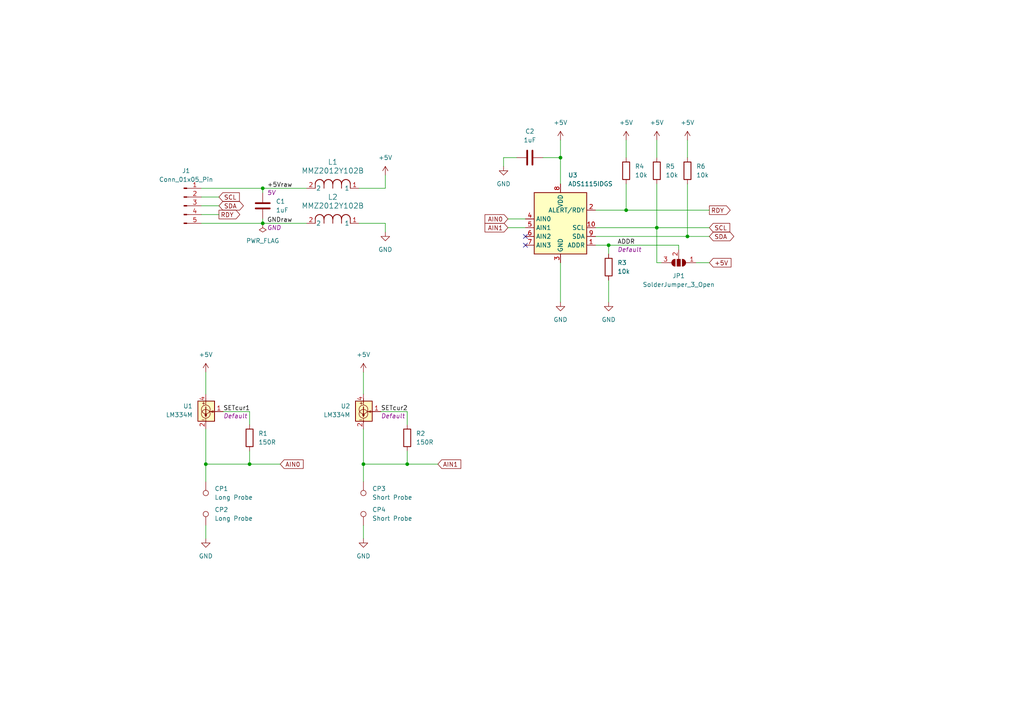
<source format=kicad_sch>
(kicad_sch (version 20230121) (generator eeschema)
  (paper "A4")
  (title_block (title "Hydrofoil Control") (date "2023-09-04") (rev "v1.0") (company "Tamás Nagy"))
  (lib_symbols
    (symbol "2023-09-04_18-15-31:MMZ2012Y102B" (pin_names (offset 0.254))
      (property "Reference" "L" (at 6.985 5.08 0))
      (property "Value" "MMZ2012Y102B" (at 6.985 -2.54 0))
      (symbol "MMZ2012Y102B_1_1"
        (polyline (pts (xy 2.54 0) (xy 2.54 1.27)) (stroke (width 0.2032)))
        (polyline (pts (xy 5.08 0) (xy 5.08 1.27)) (stroke (width 0.2032)))
        (polyline (pts (xy 7.62 0) (xy 7.62 1.27)) (stroke (width 0.2032)))
        (polyline (pts (xy 10.16 0) (xy 10.16 1.27)) (stroke (width 0.2032)))
        (polyline (pts (xy 12.7 0) (xy 12.7 1.27)) (stroke (width 0.2032)))
        (arc (start 5.08 1.27) (mid 3.81 2.5345) (end 2.54 1.27) (stroke (width 0.254)))
        (arc (start 7.62 1.27) (mid 6.35 2.5345) (end 5.08 1.27) (stroke (width 0.254)))
        (arc (start 10.16 1.27) (mid 8.89 2.5345) (end 7.62 1.27) (stroke (width 0.254)))
        (arc (start 12.7 1.27) (mid 11.43 2.5345) (end 10.16 1.27) (stroke (width 0.254)))
        (pin unspecified line (at 15.24 0 180) (length 2.54) (name "1") (number "1"))
        (pin unspecified line (at 0 0 0) (length 2.54) (name "2") (number "2"))
      )
      (symbol "MMZ2012Y102B_1_2"
        (arc (start -1.27 5.08) (mid -2.5345 3.81) (end -1.27 2.54) (stroke (width 0.254)))
        (arc (start -1.27 7.62) (mid -2.5345 6.35) (end -1.27 5.08) (stroke (width 0.254)))
        (arc (start -1.27 10.16) (mid -2.5345 8.89) (end -1.27 7.62) (stroke (width 0.254)))
        (arc (start -1.27 12.7) (mid -2.5345 11.43) (end -1.27 10.16) (stroke (width 0.254)))
        (polyline (pts (xy 0 2.54) (xy -1.27 2.54)) (stroke (width 0.2032)))
        (polyline (pts (xy 0 5.08) (xy -1.27 5.08)) (stroke (width 0.2032)))
        (polyline (pts (xy 0 7.62) (xy -1.27 7.62)) (stroke (width 0.2032)))
        (polyline (pts (xy 0 10.16) (xy -1.27 10.16)) (stroke (width 0.2032)))
        (polyline (pts (xy 0 12.7) (xy -1.27 12.7)) (stroke (width 0.2032)))
        (pin unspecified line (at 0 15.24 270) (length 2.54) (name "1") (number "1"))
        (pin unspecified line (at 0 0 90) (length 2.54) (name "2") (number "2"))
      )
    )
    (symbol "Analog_ADC:ADS1115IDGS"
      (property "Reference" "U" (at 2.54 13.97 0))
      (property "Value" "ADS1115IDGS" (at 7.62 11.43 0))
      (symbol "ADS1115IDGS_0_1"
        (rectangle (start -7.62 10.16) (end 7.62 -7.62) (stroke (width 0.254)) (fill (type background)))
      )
      (symbol "ADS1115IDGS_1_1"
        (pin input line (at 10.16 -5.08 180) (length 2.54) (name "ADDR") (number "1"))
        (pin input line (at 10.16 0 180) (length 2.54) (name "SCL") (number "10"))
        (pin output line (at 10.16 5.08 180) (length 2.54) (name "ALERT/RDY") (number "2"))
        (pin power_in line (at 0 -10.16 90) (length 2.54) (name "GND") (number "3"))
        (pin input line (at -10.16 2.54 0) (length 2.54) (name "AIN0") (number "4"))
        (pin input line (at -10.16 0 0) (length 2.54) (name "AIN1") (number "5"))
        (pin input line (at -10.16 -2.54 0) (length 2.54) (name "AIN2") (number "6"))
        (pin input line (at -10.16 -5.08 0) (length 2.54) (name "AIN3") (number "7"))
        (pin power_in line (at 0 12.7 270) (length 2.54) (name "VDD") (number "8"))
        (pin bidirectional line (at 10.16 -2.54 180) (length 2.54) (name "SDA") (number "9"))
      )
    )
    (symbol "Connector:Conn_01x05_Pin" (pin_names (offset 1.016) hide)
      (property "Reference" "J" (at 0 7.62 0))
      (property "Value" "Conn_01x05_Pin" (at 0 -7.62 0))
      (symbol "Conn_01x05_Pin_1_1"
        (polyline (pts (xy 1.27 -5.08) (xy 0.8636 -5.08)) (stroke (width 0.1524)))
        (polyline (pts (xy 1.27 -2.54) (xy 0.8636 -2.54)) (stroke (width 0.1524)))
        (polyline (pts (xy 1.27 0) (xy 0.8636 0)) (stroke (width 0.1524)))
        (polyline (pts (xy 1.27 2.54) (xy 0.8636 2.54)) (stroke (width 0.1524)))
        (polyline (pts (xy 1.27 5.08) (xy 0.8636 5.08)) (stroke (width 0.1524)))
        (rectangle (start 0.8636 -4.953) (end 0 -5.207) (stroke (width 0.1524)) (fill (type outline)))
        (rectangle (start 0.8636 -2.413) (end 0 -2.667) (stroke (width 0.1524)) (fill (type outline)))
        (rectangle (start 0.8636 0.127) (end 0 -0.127) (stroke (width 0.1524)) (fill (type outline)))
        (rectangle (start 0.8636 2.667) (end 0 2.413) (stroke (width 0.1524)) (fill (type outline)))
        (rectangle (start 0.8636 5.207) (end 0 4.953) (stroke (width 0.1524)) (fill (type outline)))
        (pin passive line (at 5.08 5.08 180) (length 3.81) (name "Pin_1") (number "1"))
        (pin passive line (at 5.08 2.54 180) (length 3.81) (name "Pin_2") (number "2"))
        (pin passive line (at 5.08 0 180) (length 3.81) (name "Pin_3") (number "3"))
        (pin passive line (at 5.08 -2.54 180) (length 3.81) (name "Pin_4") (number "4"))
        (pin passive line (at 5.08 -5.08 180) (length 3.81) (name "Pin_5") (number "5"))
      )
    )
    (symbol "Connector:TestPoint" (pin_numbers hide) (pin_names (offset 0.762) hide)
      (property "Reference" "TP" (at 0 6.858 0))
      (property "Value" "TestPoint" (at 0 5.08 0))
      (symbol "TestPoint_0_1"
        (circle (center 0 3.302) (radius 0.762))
      )
      (symbol "TestPoint_1_1"
        (pin passive line (at 0 0 90) (length 2.54) (name "1") (number "1"))
      )
    )
    (symbol "Device:C" (pin_numbers hide) (pin_names (offset 0.254))
      (property "Reference" "C" (at 0.635 2.54 0))
      (property "Value" "C" (at 0.635 -2.54 0))
      (symbol "C_0_1"
        (polyline (pts (xy -2.032 -0.762) (xy 2.032 -0.762)) (stroke (width 0.508)))
        (polyline (pts (xy -2.032 0.762) (xy 2.032 0.762)) (stroke (width 0.508)))
      )
      (symbol "C_1_1"
        (pin passive line (at 0 3.81 270) (length 2.794) (name "~") (number "1"))
        (pin passive line (at 0 -3.81 90) (length 2.794) (name "~") (number "2"))
      )
    )
    (symbol "Device:R" (pin_numbers hide) (pin_names (offset 0))
      (property "Reference" "R" (at 2.032 0 90))
      (property "Value" "R" (at 0 0 90))
      (symbol "R_0_1"
        (rectangle (start -1.016 -2.54) (end 1.016 2.54) (stroke (width 0.254)))
      )
      (symbol "R_1_1"
        (pin passive line (at 0 3.81 270) (length 1.27) (name "~") (number "1"))
        (pin passive line (at 0 -3.81 90) (length 1.27) (name "~") (number "2"))
      )
    )
    (symbol "Jumper:SolderJumper_3_Open" (pin_names (offset 0) hide)
      (property "Reference" "JP" (at -2.54 -2.54 0))
      (property "Value" "SolderJumper_3_Open" (at 0 2.794 0))
      (symbol "SolderJumper_3_Open_0_1"
        (arc (start -1.016 1.016) (mid -2.0276 0) (end -1.016 -1.016))
        (arc (start -1.016 1.016) (mid -2.0276 0) (end -1.016 -1.016) (fill (type outline)))
        (rectangle (start -0.508 1.016) (end 0.508 -1.016) (fill (type outline)))
        (polyline (pts (xy -2.54 0) (xy -2.032 0)))
        (polyline (pts (xy -1.016 1.016) (xy -1.016 -1.016)))
        (polyline (pts (xy 0 -1.27) (xy 0 -1.016)))
        (polyline (pts (xy 1.016 1.016) (xy 1.016 -1.016)))
        (polyline (pts (xy 2.54 0) (xy 2.032 0)))
        (arc (start 1.016 -1.016) (mid 2.0276 0) (end 1.016 1.016))
        (arc (start 1.016 -1.016) (mid 2.0276 0) (end 1.016 1.016) (fill (type outline)))
      )
      (symbol "SolderJumper_3_Open_1_1"
        (pin passive line (at -5.08 0 0) (length 2.54) (name "A") (number "1"))
        (pin passive line (at 0 -3.81 90) (length 2.54) (name "C") (number "2"))
        (pin passive line (at 5.08 0 180) (length 2.54) (name "B") (number "3"))
      )
    )
    (symbol "Reference_Current:LM334M"
      (property "Reference" "U" (at 0.635 6.35 0))
      (property "Value" "LM334M" (at 0.635 4.445 0))
      (symbol "LM334M_0_1"
        (rectangle (start -2.286 3.048) (end 2.54 -2.794) (stroke (width 0.254)) (fill (type background)))
        (circle (center 0 -0.635) (radius 1.27))
        (polyline (pts (xy -1.143 -2.413) (xy -0.381 -2.413)))
        (polyline (pts (xy -1.016 2.413) (xy -0.254 2.413)))
        (polyline (pts (xy -0.635 2.794) (xy -0.635 2.032)))
        (polyline (pts (xy 0 -1.905) (xy 0 -3.175)))
        (polyline (pts (xy 0 1.397) (xy 0 -1.397)) (stroke (width 0.254)))
        (polyline (pts (xy 0 3.81) (xy 0 1.905)))
        (polyline (pts (xy 5.08 0) (xy 1.27 0)))
        (polyline (pts (xy 0 -1.397) (xy -0.254 -0.889) (xy 0.254 -0.889) (xy 0 -1.397)) (stroke (width 0.254)))
        (polyline (pts (xy 1.27 0) (xy 2.159 0.254) (xy 2.159 -0.254) (xy 1.27 0)))
        (circle (center 0 0.635) (radius 1.27))
      )
      (symbol "LM334M_1_1"
        (pin passive line (at 5.08 0 180) (length 2.54) (name "~") (number "1"))
        (pin passive line (at 0 -5.08 90) (length 2.54) (name "~") (number "2"))
        (pin passive line (at 0 -5.08 90) (length 2.54) hide (name "~") (number "3"))
        (pin passive line (at 0 5.08 270) (length 2.54) (name "~") (number "4"))
        (pin passive line (at 0 -5.08 90) (length 2.54) hide (name "~") (number "6"))
        (pin passive line (at 0 -5.08 90) (length 2.54) hide (name "~") (number "7"))
      )
    )
    (symbol "power:+5V" (power) (pin_names (offset 0))
      (property "Value" "+5V" (at 0 3.556 0))
      (symbol "+5V_0_1"
        (polyline (pts (xy -0.762 1.27) (xy 0 2.54)))
        (polyline (pts (xy 0 0) (xy 0 2.54)))
        (polyline (pts (xy 0 2.54) (xy 0.762 1.27)))
      )
      (symbol "+5V_1_1"
        (pin power_in line (at 0 0 90) (length 0) hide (name "+5V") (number "1"))
      )
    )
    (symbol "power:GND" (power) (pin_names (offset 0))
      (property "Value" "GND" (at 0 -3.81 0))
      (symbol "GND_0_1"
        (polyline (pts (xy 0 0) (xy 0 -1.27) (xy 1.27 -1.27) (xy 0 -2.54) (xy -1.27 -1.27) (xy 0 -1.27)))
      )
      (symbol "GND_1_1"
        (pin power_in line (at 0 0 270) (length 0) hide (name "GND") (number "1"))
      )
    )
    (symbol "power:PWR_FLAG" (power) (pin_numbers hide) (pin_names (offset 0) hide)
      (property "Value" "PWR_FLAG" (at 0 3.81 0))
      (symbol "PWR_FLAG_0_0"
        (pin power_out line (at 0 0 90) (length 0) (name "pwr") (number "1"))
      )
      (symbol "PWR_FLAG_0_1"
        (polyline (pts (xy 0 0) (xy 0 1.27) (xy -1.016 1.905) (xy 0 2.54) (xy 1.016 1.905) (xy 0 1.27)))
      )
    )
  )
  (junction (at 190.5 66.04))
  (junction (at 176.53 71.12))
  (junction (at 76.2 64.77))
  (junction (at 76.2 54.61))
  (junction (at 59.69 134.62))
  (junction (at 105.41 134.62))
  (junction (at 162.56 45.72))
  (junction (at 181.61 60.96))
  (junction (at 72.39 134.62))
  (junction (at 199.39 68.58))
  (junction (at 118.11 134.62))
  (no_connect (at 152.4 71.12))
  (no_connect (at 152.4 68.58))
  (wire (pts (xy 118.11 134.62) (xy 127 134.62)))
  (wire (pts (xy 72.39 134.62) (xy 81.28 134.62)))
  (wire (pts (xy 118.11 119.38) (xy 118.11 123.19)))
  (wire (pts (xy 172.72 66.04) (xy 190.5 66.04)))
  (wire (pts (xy 111.76 50.8) (xy 111.76 54.61)))
  (wire (pts (xy 105.41 134.62) (xy 105.41 139.7)))
  (wire (pts (xy 190.5 76.2) (xy 191.77 76.2)))
  (wire (pts (xy 172.72 60.96) (xy 181.61 60.96)))
  (wire (pts (xy 118.11 134.62) (xy 118.11 130.81)))
  (wire (pts (xy 181.61 60.96) (xy 205.74 60.96)))
  (wire (pts (xy 58.42 59.69) (xy 63.5 59.69)))
  (wire (pts (xy 190.5 76.2) (xy 190.5 66.04)))
  (wire (pts (xy 104.14 64.77) (xy 111.76 64.77)))
  (wire (pts (xy 162.56 40.64) (xy 162.56 45.72)))
  (wire (pts (xy 59.69 124.46) (xy 59.69 134.62)))
  (wire (pts (xy 196.85 71.12) (xy 196.85 72.39)))
  (wire (pts (xy 147.32 66.04) (xy 152.4 66.04)))
  (wire (pts (xy 58.42 57.15) (xy 63.5 57.15)))
  (wire (pts (xy 201.93 76.2) (xy 205.74 76.2)))
  (wire (pts (xy 59.69 107.95) (xy 59.69 114.3)))
  (wire (pts (xy 76.2 63.5) (xy 76.2 64.77)))
  (wire (pts (xy 181.61 40.64) (xy 181.61 45.72)))
  (wire (pts (xy 172.72 71.12) (xy 176.53 71.12)))
  (wire (pts (xy 199.39 53.34) (xy 199.39 68.58)))
  (wire (pts (xy 59.69 134.62) (xy 59.69 139.7)))
  (wire (pts (xy 157.48 45.72) (xy 162.56 45.72)))
  (wire (pts (xy 172.72 68.58) (xy 199.39 68.58)))
  (wire (pts (xy 110.49 119.38) (xy 118.11 119.38)))
  (wire (pts (xy 181.61 53.34) (xy 181.61 60.96)))
  (wire (pts (xy 147.32 63.5) (xy 152.4 63.5)))
  (wire (pts (xy 199.39 40.64) (xy 199.39 45.72)))
  (wire (pts (xy 176.53 81.28) (xy 176.53 87.63)))
  (wire (pts (xy 105.41 124.46) (xy 105.41 134.62)))
  (wire (pts (xy 105.41 107.95) (xy 105.41 114.3)))
  (wire (pts (xy 146.05 48.26) (xy 146.05 45.72)))
  (wire (pts (xy 58.42 54.61) (xy 76.2 54.61)))
  (wire (pts (xy 76.2 54.61) (xy 76.2 55.88)))
  (wire (pts (xy 58.42 64.77) (xy 76.2 64.77)))
  (wire (pts (xy 146.05 45.72) (xy 149.86 45.72)))
  (wire (pts (xy 76.2 64.77) (xy 88.9 64.77)))
  (wire (pts (xy 190.5 66.04) (xy 205.74 66.04)))
  (wire (pts (xy 196.85 71.12) (xy 176.53 71.12)))
  (wire (pts (xy 59.69 152.4) (xy 59.69 156.21)))
  (wire (pts (xy 105.41 152.4) (xy 105.41 156.21)))
  (wire (pts (xy 199.39 68.58) (xy 205.74 68.58)))
  (wire (pts (xy 105.41 134.62) (xy 118.11 134.62)))
  (wire (pts (xy 64.77 119.38) (xy 72.39 119.38)))
  (wire (pts (xy 190.5 40.64) (xy 190.5 45.72)))
  (wire (pts (xy 59.69 134.62) (xy 72.39 134.62)))
  (wire (pts (xy 58.42 62.23) (xy 63.5 62.23)))
  (wire (pts (xy 76.2 54.61) (xy 88.9 54.61)))
  (wire (pts (xy 162.56 45.72) (xy 162.56 53.34)))
  (wire (pts (xy 72.39 119.38) (xy 72.39 123.19)))
  (wire (pts (xy 162.56 76.2) (xy 162.56 87.63)))
  (wire (pts (xy 176.53 71.12) (xy 176.53 73.66)))
  (wire (pts (xy 72.39 134.62) (xy 72.39 130.81)))
  (wire (pts (xy 190.5 53.34) (xy 190.5 66.04)))
  (wire (pts (xy 111.76 54.61) (xy 104.14 54.61)))
  (wire (pts (xy 111.76 67.31) (xy 111.76 64.77)))
  (label "GNDraw" (at 77.47 64.77 0) (property "Netclass" "GND" (at 77.47 66.04 0) (effects (font italic) (justify left))))
  (label "+5Vraw" (at 77.47 54.61 0) (property "Netclass" "5V" (at 77.47 55.88 0) (effects (font italic) (justify left))))
  (label "SETcur2" (at 110.49 119.38 0) (property "Netclass" "Default" (at 110.49 120.65 0) (effects (font italic) (justify left))))
  (label "ADDR" (at 179.07 71.12 0) (property "Netclass" "Default" (at 179.07 72.39 0) (effects (font italic) (justify left))))
  (label "SETcur1" (at 64.77 119.38 0) (property "Netclass" "Default" (at 64.77 120.65 0) (effects (font italic) (justify left))))
  (global_label "SDA" (shape bidirectional) (at 205.74 68.58 0) (property "Intersheetrefs" "${INTERSHEET_REFS}" (effects hide)))
  (global_label "SDA" (shape bidirectional) (at 63.5 59.69 0) (property "Intersheetrefs" "${INTERSHEET_REFS}" (effects hide)))
  (global_label "AIN0" (shape input) (at 147.32 63.5 180) (property "Intersheetrefs" "${INTERSHEET_REFS}" (effects hide)))
  (global_label "SCL" (shape input) (at 205.74 66.04 0) (property "Intersheetrefs" "${INTERSHEET_REFS}" (effects hide)))
  (global_label "+5V" (shape input) (at 205.74 76.2 0) (property "Intersheetrefs" "${INTERSHEET_REFS}" (effects hide)))
  (global_label "SCL" (shape input) (at 63.5 57.15 0) (property "Intersheetrefs" "${INTERSHEET_REFS}" (effects hide)))
  (global_label "AIN0" (shape input) (at 81.28 134.62 0) (property "Intersheetrefs" "${INTERSHEET_REFS}" (effects hide)))
  (global_label "AIN1" (shape input) (at 127 134.62 0) (property "Intersheetrefs" "${INTERSHEET_REFS}" (effects hide)))
  (global_label "RDY" (shape output) (at 63.5 62.23 0) (property "Intersheetrefs" "${INTERSHEET_REFS}" (effects hide)))
  (global_label "AIN1" (shape input) (at 147.32 66.04 180) (property "Intersheetrefs" "${INTERSHEET_REFS}" (effects hide)))
  (global_label "RDY" (shape output) (at 205.74 60.96 0) (property "Intersheetrefs" "${INTERSHEET_REFS}" (effects hide)))
  (symbol (lib_id "power:PWR_FLAG") (at 76.2 64.77 180) (unit 1)
    (property "Reference" "#FLG01" (effects hide))
    (property "Value" "PWR_FLAG" (at 76.2 69.85 0))
  )
  (symbol (lib_id "power:+5V") (at 162.56 40.64 0) (unit 1)
    (property "Reference" "#PWR08" (effects hide))
    (property "Value" "+5V" (at 162.56 35.56 0))
  )
  (symbol (lib_id "Device:R") (at 118.11 127 0) (unit 1)
    (property "Reference" "R2" (at 120.65 125.73 0) (effects (justify left)))
    (property "Value" "150R" (at 120.65 128.27 0) (effects (justify left)))
    (property "Footprint" "Resistor_SMD:R_1206_3216Metric_Pad1.30x1.75mm_HandSolder" (effects hide))
  )
  (symbol (lib_id "power:+5V") (at 181.61 40.64 0) (unit 1)
    (property "Reference" "#PWR011" (effects hide))
    (property "Value" "+5V" (at 181.61 35.56 0))
  )
  (symbol (lib_id "power:GND") (at 105.41 156.21 0) (unit 1)
    (property "Reference" "#PWR04" (effects hide))
    (property "Value" "GND" (at 105.41 161.29 0))
  )
  (symbol (lib_id "Jumper:SolderJumper_3_Open") (at 196.85 76.2 180) (unit 1)
    (property "Reference" "JP1" (at 196.85 80.01 0))
    (property "Value" "SolderJumper_3_Open" (at 196.85 82.55 0))
    (property "Footprint" "Jumper:SolderJumper-3_P1.3mm_Open_RoundedPad1.0x1.5mm" (effects hide))
  )
  (symbol (lib_id "power:+5V") (at 190.5 40.64 0) (unit 1)
    (property "Reference" "#PWR012" (effects hide))
    (property "Value" "+5V" (at 190.5 35.56 0))
  )
  (symbol (lib_id "Device:C") (at 76.2 59.69 0) (unit 1)
    (property "Reference" "C1" (at 80.01 58.42 0) (effects (justify left)))
    (property "Value" "1uF" (at 80.01 60.96 0) (effects (justify left)))
    (property "Footprint" "Capacitor_SMD:C_1206_3216Metric_Pad1.33x1.80mm_HandSolder" (effects hide))
  )
  (symbol (lib_id "2023-09-04_18-15-31:MMZ2012Y102B") (at 88.9 54.61 0) (unit 1)
    (property "Reference" "L1" (at 96.52 46.99 0) (effects (font (size 1.524 1.524))))
    (property "Value" "MMZ2012Y102B" (at 96.52 49.53 0) (effects (font (size 1.524 1.524))))
    (property "Footprint" "Inductor_SMD:L_0805_2012Metric_Pad1.05x1.20mm_HandSolder" (effects hide))
    (property "Datasheet" "MMZ2012Y102B" (effects hide))
  )
  (symbol (lib_id "power:GND") (at 176.53 87.63 0) (unit 1)
    (property "Reference" "#PWR010" (effects hide))
    (property "Value" "GND" (at 176.53 92.71 0))
  )
  (symbol (lib_id "Device:R") (at 199.39 49.53 0) (unit 1)
    (property "Reference" "R6" (at 201.93 48.26 0) (effects (justify left)))
    (property "Value" "10k" (at 201.93 50.8 0) (effects (justify left)))
    (property "Footprint" "Resistor_SMD:R_1206_3216Metric_Pad1.30x1.75mm_HandSolder" (effects hide))
  )
  (symbol (lib_id "power:+5V") (at 59.69 107.95 0) (unit 1)
    (property "Reference" "#PWR01" (effects hide))
    (property "Value" "+5V" (at 59.69 102.87 0))
  )
  (symbol (lib_id "Device:R") (at 181.61 49.53 0) (unit 1)
    (property "Reference" "R4" (at 184.15 48.26 0) (effects (justify left)))
    (property "Value" "10k" (at 184.15 50.8 0) (effects (justify left)))
    (property "Footprint" "Resistor_SMD:R_1206_3216Metric_Pad1.30x1.75mm_HandSolder" (effects hide))
  )
  (symbol (lib_id "Device:R") (at 190.5 49.53 0) (unit 1)
    (property "Reference" "R5" (at 193.04 48.26 0) (effects (justify left)))
    (property "Value" "10k" (at 193.04 50.8 0) (effects (justify left)))
    (property "Footprint" "Resistor_SMD:R_1206_3216Metric_Pad1.30x1.75mm_HandSolder" (effects hide))
  )
  (symbol (lib_id "Connector:TestPoint") (at 59.69 152.4 0) (unit 1)
    (property "Reference" "CP2" (at 62.23 147.828 0) (effects (justify left)))
    (property "Value" "Long Probe" (at 62.23 150.368 0) (effects (justify left)))
    (property "Footprint" "TestPoint:TestPoint_Pad_D2.0mm" (effects hide))
  )
  (symbol (lib_id "Analog_ADC:ADS1115IDGS") (at 162.56 66.04 0) (unit 1)
    (property "Reference" "U3" (at 164.7541 50.8 0) (effects (justify left)))
    (property "Value" "ADS1115IDGS" (at 164.7541 53.34 0) (effects (justify left)))
    (property "Footprint" "Package_SO:TSSOP-10_3x3mm_P0.5mm" (effects hide))
    (property "Datasheet" "http://www.ti.com/lit/ds/symlink/ads1113.pdf" (effects hide))
  )
  (symbol (lib_id "power:GND") (at 162.56 87.63 0) (unit 1)
    (property "Reference" "#PWR09" (effects hide))
    (property "Value" "GND" (at 162.56 92.71 0))
  )
  (symbol (lib_id "Connector:TestPoint") (at 59.69 139.7 180) (unit 1)
    (property "Reference" "CP1" (at 62.23 141.732 0) (effects (justify right)))
    (property "Value" "Long Probe" (at 62.23 144.272 0) (effects (justify right)))
    (property "Footprint" "TestPoint:TestPoint_Pad_D2.0mm" (effects hide))
  )
  (symbol (lib_id "Connector:TestPoint") (at 105.41 139.7 180) (unit 1)
    (property "Reference" "CP3" (at 107.95 141.732 0) (effects (justify right)))
    (property "Value" "Short Probe" (at 107.95 144.272 0) (effects (justify right)))
    (property "Footprint" "TestPoint:TestPoint_Pad_D2.0mm" (effects hide))
  )
  (symbol (lib_id "power:+5V") (at 199.39 40.64 0) (unit 1)
    (property "Reference" "#PWR013" (effects hide))
    (property "Value" "+5V" (at 199.39 35.56 0))
  )
  (symbol (lib_id "power:+5V") (at 105.41 107.95 0) (unit 1)
    (property "Reference" "#PWR03" (effects hide))
    (property "Value" "+5V" (at 105.41 102.87 0))
  )
  (symbol (lib_id "Reference_Current:LM334M") (at 105.41 119.38 0) (unit 1)
    (property "Reference" "U2" (at 101.6 117.7925 0) (effects (justify right)))
    (property "Value" "LM334M" (at 101.6 120.3325 0) (effects (justify right)))
    (property "Footprint" "Package_SO:SOIC-8_3.9x4.9mm_P1.27mm" (effects hide))
    (property "Datasheet" "http://www.ti.com/lit/ds/symlink/lm134.pdf" (effects hide))
  )
  (symbol (lib_id "Reference_Current:LM334M") (at 59.69 119.38 0) (unit 1)
    (property "Reference" "U1" (at 55.88 117.7925 0) (effects (justify right)))
    (property "Value" "LM334M" (at 55.88 120.3325 0) (effects (justify right)))
    (property "Footprint" "Package_SO:SOIC-8_3.9x4.9mm_P1.27mm" (effects hide))
    (property "Datasheet" "http://www.ti.com/lit/ds/symlink/lm134.pdf" (effects hide))
  )
  (symbol (lib_id "Connector:TestPoint") (at 105.41 152.4 0) (unit 1)
    (property "Reference" "CP4" (at 107.95 147.828 0) (effects (justify left)))
    (property "Value" "Short Probe" (at 107.95 150.368 0) (effects (justify left)))
    (property "Footprint" "TestPoint:TestPoint_Pad_D2.0mm" (effects hide))
  )
  (symbol (lib_id "Device:R") (at 72.39 127 0) (unit 1)
    (property "Reference" "R1" (at 74.93 125.73 0) (effects (justify left)))
    (property "Value" "150R" (at 74.93 128.27 0) (effects (justify left)))
    (property "Footprint" "Resistor_SMD:R_1206_3216Metric_Pad1.30x1.75mm_HandSolder" (effects hide))
  )
  (symbol (lib_id "power:GND") (at 111.76 67.31 0) (unit 1)
    (property "Reference" "#PWR06" (effects hide))
    (property "Value" "GND" (at 111.76 72.39 0))
  )
  (symbol (lib_id "Device:R") (at 176.53 77.47 0) (unit 1)
    (property "Reference" "R3" (at 179.07 76.2 0) (effects (justify left)))
    (property "Value" "10k" (at 179.07 78.74 0) (effects (justify left)))
    (property "Footprint" "Resistor_SMD:R_1206_3216Metric_Pad1.30x1.75mm_HandSolder" (effects hide))
  )
  (symbol (lib_id "power:GND") (at 146.05 48.26 0) (unit 1)
    (property "Reference" "#PWR07" (effects hide))
    (property "Value" "GND" (at 146.05 53.34 0))
  )
  (symbol (lib_id "Connector:Conn_01x05_Pin") (at 53.34 59.69 0) (unit 1)
    (property "Reference" "J1" (at 53.975 49.53 0))
    (property "Value" "Conn_01x05_Pin" (at 53.975 52.07 0))
    (property "Footprint" "Connector_PinHeader_2.54mm:PinHeader_1x05_P2.54mm_Horizontal" (effects hide))
  )
  (symbol (lib_id "power:+5V") (at 111.76 50.8 0) (unit 1)
    (property "Reference" "#PWR05" (effects hide))
    (property "Value" "+5V" (at 111.76 45.72 0))
  )
  (symbol (lib_id "power:GND") (at 59.69 156.21 0) (unit 1)
    (property "Reference" "#PWR02" (effects hide))
    (property "Value" "GND" (at 59.69 161.29 0))
  )
  (symbol (lib_id "2023-09-04_18-15-31:MMZ2012Y102B") (at 88.9 64.77 0) (unit 1)
    (property "Reference" "L2" (at 96.52 57.15 0) (effects (font (size 1.524 1.524))))
    (property "Value" "MMZ2012Y102B" (at 96.52 59.69 0) (effects (font (size 1.524 1.524))))
    (property "Footprint" "Inductor_SMD:L_0805_2012Metric_Pad1.05x1.20mm_HandSolder" (effects hide))
    (property "Datasheet" "MMZ2012Y102B" (effects hide))
  )
  (symbol (lib_id "Device:C") (at 153.67 45.72 90) (unit 1)
    (property "Reference" "C2" (at 153.67 38.1 90))
    (property "Value" "1uF" (at 153.67 40.64 90))
    (property "Footprint" "Capacitor_SMD:C_1206_3216Metric_Pad1.33x1.80mm_HandSolder" (effects hide))
  )
)
</source>
